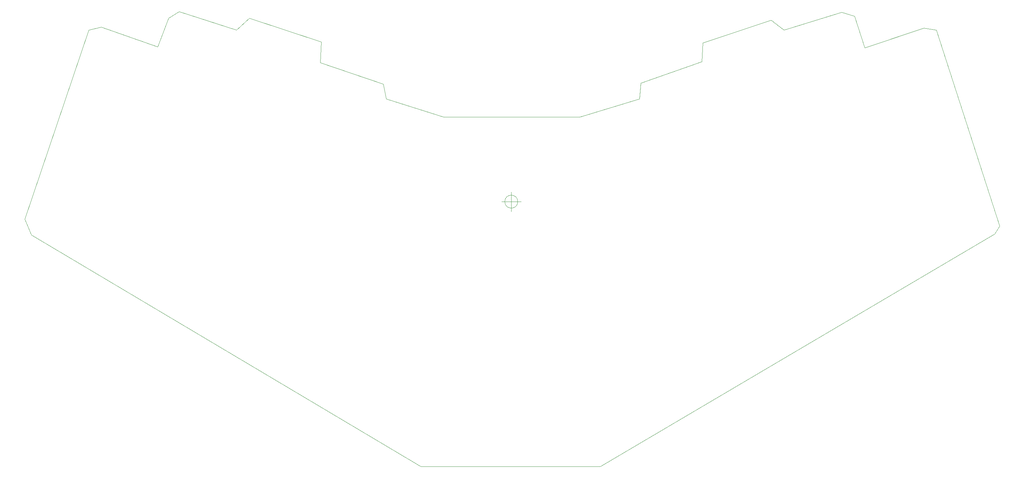
<source format=gbr>
%TF.GenerationSoftware,KiCad,Pcbnew,(6.0.7-1)-1*%
%TF.CreationDate,2023-02-18T17:29:49+08:00*%
%TF.ProjectId,karp2040,6b617270-3230-4343-902e-6b696361645f,rev?*%
%TF.SameCoordinates,Original*%
%TF.FileFunction,Profile,NP*%
%FSLAX46Y46*%
G04 Gerber Fmt 4.6, Leading zero omitted, Abs format (unit mm)*
G04 Created by KiCad (PCBNEW (6.0.7-1)-1) date 2023-02-18 17:29:49*
%MOMM*%
%LPD*%
G01*
G04 APERTURE LIST*
%TA.AperFunction,Profile*%
%ADD10C,0.100000*%
%TD*%
G04 APERTURE END LIST*
D10*
X222710994Y150384725D02*
X226010996Y153434725D01*
X244460996Y147334725D01*
X244210995Y142034727D01*
X260410994Y136484725D01*
X261160996Y132684725D01*
X275860996Y128084726D01*
X310810994Y128084725D01*
X326210994Y132684727D01*
X326510995Y136734724D01*
X342160994Y142284723D01*
X342410995Y147084723D01*
X359910995Y152934724D01*
X363210995Y150384724D01*
X378110996Y154934726D01*
X381410995Y153934726D01*
X383960996Y145834726D01*
X399110996Y150884726D01*
X402410992Y150384724D01*
X418610996Y100034726D01*
X417360995Y97984724D01*
X316110994Y38234724D01*
X270060995Y38234726D01*
X170060995Y97734726D01*
X168310995Y101784724D01*
X184760995Y150384724D01*
X188010995Y151134723D01*
X202460995Y146084724D01*
X205260995Y153434726D01*
X208010995Y155184726D01*
X222710994Y150384725D01*
X294927661Y106284726D02*
G75*
G03*
X294927661Y106284726I-1666666J0D01*
G01*
X290760995Y106284726D02*
X295760995Y106284726D01*
X293260995Y108784726D02*
X293260995Y103784726D01*
M02*

</source>
